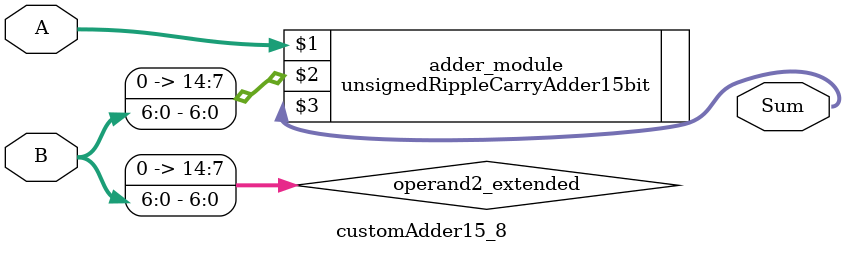
<source format=v>

module customAdder15_8(
                    input [14 : 0] A,
                    input [6 : 0] B,
                    
                    output [15 : 0] Sum
            );

    wire [14 : 0] operand2_extended;
    
    assign operand2_extended =  {8'b0, B};
    
    unsignedRippleCarryAdder15bit adder_module(
        A,
        operand2_extended,
        Sum
    );
    
endmodule
        
</source>
